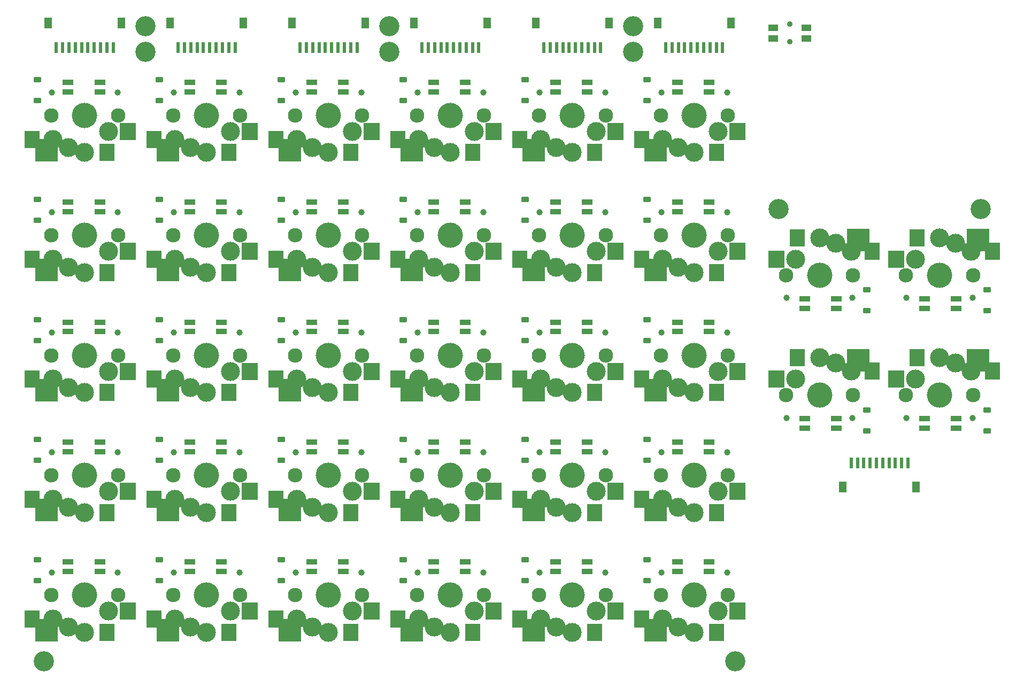
<source format=gbs>
G04 #@! TF.GenerationSoftware,KiCad,Pcbnew,7.0.8*
G04 #@! TF.CreationDate,2023-11-08T21:34:38-08:00*
G04 #@! TF.ProjectId,Seismos_5CoreStencil,53656973-6d6f-4735-9f35-436f72655374,rev?*
G04 #@! TF.SameCoordinates,Original*
G04 #@! TF.FileFunction,Soldermask,Bot*
G04 #@! TF.FilePolarity,Negative*
%FSLAX46Y46*%
G04 Gerber Fmt 4.6, Leading zero omitted, Abs format (unit mm)*
G04 Created by KiCad (PCBNEW 7.0.8) date 2023-11-08 21:34:38*
%MOMM*%
%LPD*%
G01*
G04 APERTURE LIST*
G04 Aperture macros list*
%AMRoundRect*
0 Rectangle with rounded corners*
0 $1 Rounding radius*
0 $2 $3 $4 $5 $6 $7 $8 $9 X,Y pos of 4 corners*
0 Add a 4 corners polygon primitive as box body*
4,1,4,$2,$3,$4,$5,$6,$7,$8,$9,$2,$3,0*
0 Add four circle primitives for the rounded corners*
1,1,$1+$1,$2,$3*
1,1,$1+$1,$4,$5*
1,1,$1+$1,$6,$7*
1,1,$1+$1,$8,$9*
0 Add four rect primitives between the rounded corners*
20,1,$1+$1,$2,$3,$4,$5,0*
20,1,$1+$1,$4,$5,$6,$7,0*
20,1,$1+$1,$6,$7,$8,$9,0*
20,1,$1+$1,$8,$9,$2,$3,0*%
G04 Aperture macros list end*
%ADD10C,3.200000*%
%ADD11RoundRect,0.063500X1.200000X1.300000X-1.200000X1.300000X-1.200000X-1.300000X1.200000X-1.300000X0*%
%ADD12RoundRect,0.063500X1.750000X1.750000X-1.750000X1.750000X-1.750000X-1.750000X1.750000X-1.750000X0*%
%ADD13R,1.750000X0.812800*%
%ADD14RoundRect,0.063500X1.150000X1.300000X-1.150000X1.300000X-1.150000X-1.300000X1.150000X-1.300000X0*%
%ADD15C,2.300000*%
%ADD16C,1.000000*%
%ADD17C,3.000000*%
%ADD18C,4.000000*%
%ADD19RoundRect,0.225000X-0.375000X0.225000X-0.375000X-0.225000X0.375000X-0.225000X0.375000X0.225000X0*%
%ADD20RoundRect,0.225000X0.375000X-0.225000X0.375000X0.225000X-0.375000X0.225000X-0.375000X-0.225000X0*%
%ADD21RoundRect,0.063500X-1.150000X-1.300000X1.150000X-1.300000X1.150000X1.300000X-1.150000X1.300000X0*%
%ADD22RoundRect,0.063500X-1.750000X-1.750000X1.750000X-1.750000X1.750000X1.750000X-1.750000X1.750000X0*%
%ADD23RoundRect,0.063500X-1.200000X-1.300000X1.200000X-1.300000X1.200000X1.300000X-1.200000X1.300000X0*%
%ADD24R,0.600000X1.700000*%
%ADD25R,1.200000X1.800000*%
%ADD26R,1.550000X1.000000*%
%ADD27C,0.900000*%
G04 APERTURE END LIST*
D10*
X126500000Y-22000000D03*
X87900000Y-22000000D03*
X49300000Y-22000000D03*
D11*
X46510000Y-114640000D03*
D12*
X33560000Y-117615000D03*
D13*
X36998100Y-108353500D03*
X42028000Y-108353500D03*
X36998100Y-106854900D03*
D14*
X43210000Y-118000000D03*
X31310000Y-115900000D03*
D13*
X42028000Y-106854900D03*
D15*
X34350000Y-112100000D03*
D16*
X34430000Y-108484200D03*
D17*
X34650000Y-115900000D03*
X37110000Y-117180000D03*
D18*
X39650000Y-112100000D03*
D17*
X39650000Y-118000000D03*
X43460000Y-114640000D03*
D16*
X44870000Y-108484200D03*
D15*
X44950000Y-112100000D03*
D11*
X46510000Y-57640000D03*
D12*
X33560000Y-60615000D03*
D13*
X36998100Y-51353500D03*
X42028000Y-51353500D03*
X36998100Y-49854900D03*
D14*
X43210000Y-61000000D03*
X31310000Y-58900000D03*
D13*
X42028000Y-49854900D03*
D15*
X34350000Y-55100000D03*
D16*
X34430000Y-51484200D03*
D17*
X34650000Y-58900000D03*
X37110000Y-60180000D03*
D18*
X39650000Y-55100000D03*
D17*
X39650000Y-61000000D03*
X43460000Y-57640000D03*
D16*
X44870000Y-51484200D03*
D15*
X44950000Y-55100000D03*
D19*
X32150000Y-90750000D03*
X32150000Y-87450000D03*
D11*
X46510000Y-95640000D03*
D12*
X33560000Y-98615000D03*
D13*
X36998100Y-89353500D03*
X42028000Y-89353500D03*
X36998100Y-87854900D03*
D14*
X43210000Y-99000000D03*
X31310000Y-96900000D03*
D13*
X42028000Y-87854900D03*
D15*
X34350000Y-93100000D03*
D16*
X34430000Y-89484200D03*
D17*
X34650000Y-96900000D03*
X37110000Y-98180000D03*
D18*
X39650000Y-93100000D03*
D17*
X39650000Y-99000000D03*
X43460000Y-95640000D03*
D16*
X44870000Y-89484200D03*
D15*
X44950000Y-93100000D03*
D10*
X33150000Y-122600000D03*
D19*
X32150000Y-109750000D03*
X32150000Y-106450000D03*
X32150000Y-52750000D03*
X32150000Y-49450000D03*
D11*
X46510000Y-38640000D03*
D12*
X33560000Y-41615000D03*
D13*
X36998100Y-32353500D03*
X42028000Y-32353500D03*
X36998100Y-30854900D03*
D14*
X43210000Y-42000000D03*
X31310000Y-39900000D03*
D13*
X42028000Y-30854900D03*
D15*
X34350000Y-36100000D03*
D16*
X34430000Y-32484200D03*
D17*
X34650000Y-39900000D03*
X37110000Y-41180000D03*
D18*
X39650000Y-36100000D03*
D17*
X39650000Y-42000000D03*
X43460000Y-38640000D03*
D16*
X44870000Y-32484200D03*
D15*
X44950000Y-36100000D03*
D19*
X32150000Y-33750000D03*
X32150000Y-30450000D03*
D11*
X46510000Y-76640000D03*
D12*
X33560000Y-79615000D03*
D13*
X36998100Y-70353500D03*
X42028000Y-70353500D03*
X36998100Y-68854900D03*
D14*
X43210000Y-80000000D03*
X31310000Y-77900000D03*
D13*
X42028000Y-68854900D03*
D15*
X34350000Y-74100000D03*
D16*
X34430000Y-70484200D03*
D17*
X34650000Y-77900000D03*
X37110000Y-79180000D03*
D18*
X39650000Y-74100000D03*
D17*
X39650000Y-80000000D03*
X43460000Y-76640000D03*
D16*
X44870000Y-70484200D03*
D15*
X44950000Y-74100000D03*
D19*
X32150000Y-71750000D03*
X32150000Y-68450000D03*
D11*
X65810000Y-114640000D03*
D12*
X52860000Y-117615000D03*
D13*
X56298100Y-108353500D03*
X61328000Y-108353500D03*
X56298100Y-106854900D03*
D14*
X62510000Y-118000000D03*
X50610000Y-115900000D03*
D13*
X61328000Y-106854900D03*
D15*
X53650000Y-112100000D03*
D16*
X53730000Y-108484200D03*
D17*
X53950000Y-115900000D03*
X56410000Y-117180000D03*
D18*
X58950000Y-112100000D03*
D17*
X58950000Y-118000000D03*
X62760000Y-114640000D03*
D16*
X64170000Y-108484200D03*
D15*
X64250000Y-112100000D03*
D11*
X65810000Y-57640000D03*
D12*
X52860000Y-60615000D03*
D13*
X56298100Y-51353500D03*
X61328000Y-51353500D03*
X56298100Y-49854900D03*
D14*
X62510000Y-61000000D03*
X50610000Y-58900000D03*
D13*
X61328000Y-49854900D03*
D15*
X53650000Y-55100000D03*
D16*
X53730000Y-51484200D03*
D17*
X53950000Y-58900000D03*
X56410000Y-60180000D03*
D18*
X58950000Y-55100000D03*
D17*
X58950000Y-61000000D03*
X62760000Y-57640000D03*
D16*
X64170000Y-51484200D03*
D15*
X64250000Y-55100000D03*
D19*
X51450000Y-90750000D03*
X51450000Y-87450000D03*
D11*
X65810000Y-95640000D03*
D12*
X52860000Y-98615000D03*
D13*
X56298100Y-89353500D03*
X61328000Y-89353500D03*
X56298100Y-87854900D03*
D14*
X62510000Y-99000000D03*
X50610000Y-96900000D03*
D13*
X61328000Y-87854900D03*
D15*
X53650000Y-93100000D03*
D16*
X53730000Y-89484200D03*
D17*
X53950000Y-96900000D03*
X56410000Y-98180000D03*
D18*
X58950000Y-93100000D03*
D17*
X58950000Y-99000000D03*
X62760000Y-95640000D03*
D16*
X64170000Y-89484200D03*
D15*
X64250000Y-93100000D03*
D19*
X51450000Y-109750000D03*
X51450000Y-106450000D03*
X51450000Y-52750000D03*
X51450000Y-49450000D03*
D11*
X65810000Y-38640000D03*
D12*
X52860000Y-41615000D03*
D13*
X56298100Y-32353500D03*
X61328000Y-32353500D03*
X56298100Y-30854900D03*
D14*
X62510000Y-42000000D03*
X50610000Y-39900000D03*
D13*
X61328000Y-30854900D03*
D15*
X53650000Y-36100000D03*
D16*
X53730000Y-32484200D03*
D17*
X53950000Y-39900000D03*
X56410000Y-41180000D03*
D18*
X58950000Y-36100000D03*
D17*
X58950000Y-42000000D03*
X62760000Y-38640000D03*
D16*
X64170000Y-32484200D03*
D15*
X64250000Y-36100000D03*
D19*
X51450000Y-33750000D03*
X51450000Y-30450000D03*
D11*
X65810000Y-76640000D03*
D12*
X52860000Y-79615000D03*
D13*
X56298100Y-70353500D03*
X61328000Y-70353500D03*
X56298100Y-68854900D03*
D14*
X62510000Y-80000000D03*
X50610000Y-77900000D03*
D13*
X61328000Y-68854900D03*
D15*
X53650000Y-74100000D03*
D16*
X53730000Y-70484200D03*
D17*
X53950000Y-77900000D03*
X56410000Y-79180000D03*
D18*
X58950000Y-74100000D03*
D17*
X58950000Y-80000000D03*
X62760000Y-76640000D03*
D16*
X64170000Y-70484200D03*
D15*
X64250000Y-74100000D03*
D19*
X51450000Y-71750000D03*
X51450000Y-68450000D03*
D11*
X85110000Y-114640000D03*
D12*
X72160000Y-117615000D03*
D13*
X75598100Y-108353500D03*
X80628000Y-108353500D03*
X75598100Y-106854900D03*
D14*
X81810000Y-118000000D03*
X69910000Y-115900000D03*
D13*
X80628000Y-106854900D03*
D15*
X72950000Y-112100000D03*
D16*
X73030000Y-108484200D03*
D17*
X73250000Y-115900000D03*
X75710000Y-117180000D03*
D18*
X78250000Y-112100000D03*
D17*
X78250000Y-118000000D03*
X82060000Y-114640000D03*
D16*
X83470000Y-108484200D03*
D15*
X83550000Y-112100000D03*
D11*
X85110000Y-57640000D03*
D12*
X72160000Y-60615000D03*
D13*
X75598100Y-51353500D03*
X80628000Y-51353500D03*
X75598100Y-49854900D03*
D14*
X81810000Y-61000000D03*
X69910000Y-58900000D03*
D13*
X80628000Y-49854900D03*
D15*
X72950000Y-55100000D03*
D16*
X73030000Y-51484200D03*
D17*
X73250000Y-58900000D03*
X75710000Y-60180000D03*
D18*
X78250000Y-55100000D03*
D17*
X78250000Y-61000000D03*
X82060000Y-57640000D03*
D16*
X83470000Y-51484200D03*
D15*
X83550000Y-55100000D03*
D19*
X70750000Y-90750000D03*
X70750000Y-87450000D03*
D11*
X85110000Y-95640000D03*
D12*
X72160000Y-98615000D03*
D13*
X75598100Y-89353500D03*
X80628000Y-89353500D03*
X75598100Y-87854900D03*
D14*
X81810000Y-99000000D03*
X69910000Y-96900000D03*
D13*
X80628000Y-87854900D03*
D15*
X72950000Y-93100000D03*
D16*
X73030000Y-89484200D03*
D17*
X73250000Y-96900000D03*
X75710000Y-98180000D03*
D18*
X78250000Y-93100000D03*
D17*
X78250000Y-99000000D03*
X82060000Y-95640000D03*
D16*
X83470000Y-89484200D03*
D15*
X83550000Y-93100000D03*
D19*
X70750000Y-109750000D03*
X70750000Y-106450000D03*
X70750000Y-52750000D03*
X70750000Y-49450000D03*
D11*
X85110000Y-38640000D03*
D12*
X72160000Y-41615000D03*
D13*
X75598100Y-32353500D03*
X80628000Y-32353500D03*
X75598100Y-30854900D03*
D14*
X81810000Y-42000000D03*
X69910000Y-39900000D03*
D13*
X80628000Y-30854900D03*
D15*
X72950000Y-36100000D03*
D16*
X73030000Y-32484200D03*
D17*
X73250000Y-39900000D03*
X75710000Y-41180000D03*
D18*
X78250000Y-36100000D03*
D17*
X78250000Y-42000000D03*
X82060000Y-38640000D03*
D16*
X83470000Y-32484200D03*
D15*
X83550000Y-36100000D03*
D19*
X70750000Y-33750000D03*
X70750000Y-30450000D03*
D11*
X85110000Y-76640000D03*
D12*
X72160000Y-79615000D03*
D13*
X75598100Y-70353500D03*
X80628000Y-70353500D03*
X75598100Y-68854900D03*
D14*
X81810000Y-80000000D03*
X69910000Y-77900000D03*
D13*
X80628000Y-68854900D03*
D15*
X72950000Y-74100000D03*
D16*
X73030000Y-70484200D03*
D17*
X73250000Y-77900000D03*
X75710000Y-79180000D03*
D18*
X78250000Y-74100000D03*
D17*
X78250000Y-80000000D03*
X82060000Y-76640000D03*
D16*
X83470000Y-70484200D03*
D15*
X83550000Y-74100000D03*
D19*
X70750000Y-71750000D03*
X70750000Y-68450000D03*
D11*
X104410000Y-114640000D03*
D12*
X91460000Y-117615000D03*
D13*
X94898100Y-108353500D03*
X99928000Y-108353500D03*
X94898100Y-106854900D03*
D14*
X101110000Y-118000000D03*
X89210000Y-115900000D03*
D13*
X99928000Y-106854900D03*
D15*
X92250000Y-112100000D03*
D16*
X92330000Y-108484200D03*
D17*
X92550000Y-115900000D03*
X95010000Y-117180000D03*
D18*
X97550000Y-112100000D03*
D17*
X97550000Y-118000000D03*
X101360000Y-114640000D03*
D16*
X102770000Y-108484200D03*
D15*
X102850000Y-112100000D03*
D11*
X104410000Y-57640000D03*
D12*
X91460000Y-60615000D03*
D13*
X94898100Y-51353500D03*
X99928000Y-51353500D03*
X94898100Y-49854900D03*
D14*
X101110000Y-61000000D03*
X89210000Y-58900000D03*
D13*
X99928000Y-49854900D03*
D15*
X92250000Y-55100000D03*
D16*
X92330000Y-51484200D03*
D17*
X92550000Y-58900000D03*
X95010000Y-60180000D03*
D18*
X97550000Y-55100000D03*
D17*
X97550000Y-61000000D03*
X101360000Y-57640000D03*
D16*
X102770000Y-51484200D03*
D15*
X102850000Y-55100000D03*
D19*
X90050000Y-90750000D03*
X90050000Y-87450000D03*
D11*
X104410000Y-95640000D03*
D12*
X91460000Y-98615000D03*
D13*
X94898100Y-89353500D03*
X99928000Y-89353500D03*
X94898100Y-87854900D03*
D14*
X101110000Y-99000000D03*
X89210000Y-96900000D03*
D13*
X99928000Y-87854900D03*
D15*
X92250000Y-93100000D03*
D16*
X92330000Y-89484200D03*
D17*
X92550000Y-96900000D03*
X95010000Y-98180000D03*
D18*
X97550000Y-93100000D03*
D17*
X97550000Y-99000000D03*
X101360000Y-95640000D03*
D16*
X102770000Y-89484200D03*
D15*
X102850000Y-93100000D03*
D19*
X90050000Y-109750000D03*
X90050000Y-106450000D03*
X90050000Y-52750000D03*
X90050000Y-49450000D03*
D11*
X104410000Y-38640000D03*
D12*
X91460000Y-41615000D03*
D13*
X94898100Y-32353500D03*
X99928000Y-32353500D03*
X94898100Y-30854900D03*
D14*
X101110000Y-42000000D03*
X89210000Y-39900000D03*
D13*
X99928000Y-30854900D03*
D15*
X92250000Y-36100000D03*
D16*
X92330000Y-32484200D03*
D17*
X92550000Y-39900000D03*
X95010000Y-41180000D03*
D18*
X97550000Y-36100000D03*
D17*
X97550000Y-42000000D03*
X101360000Y-38640000D03*
D16*
X102770000Y-32484200D03*
D15*
X102850000Y-36100000D03*
D19*
X90050000Y-33750000D03*
X90050000Y-30450000D03*
D11*
X104410000Y-76640000D03*
D12*
X91460000Y-79615000D03*
D13*
X94898100Y-70353500D03*
X99928000Y-70353500D03*
X94898100Y-68854900D03*
D14*
X101110000Y-80000000D03*
X89210000Y-77900000D03*
D13*
X99928000Y-68854900D03*
D15*
X92250000Y-74100000D03*
D16*
X92330000Y-70484200D03*
D17*
X92550000Y-77900000D03*
X95010000Y-79180000D03*
D18*
X97550000Y-74100000D03*
D17*
X97550000Y-80000000D03*
X101360000Y-76640000D03*
D16*
X102770000Y-70484200D03*
D15*
X102850000Y-74100000D03*
D19*
X90050000Y-71750000D03*
X90050000Y-68450000D03*
D11*
X123710000Y-114640000D03*
D12*
X110760000Y-117615000D03*
D13*
X114198100Y-108353500D03*
X119228000Y-108353500D03*
X114198100Y-106854900D03*
D14*
X120410000Y-118000000D03*
X108510000Y-115900000D03*
D13*
X119228000Y-106854900D03*
D15*
X111550000Y-112100000D03*
D16*
X111630000Y-108484200D03*
D17*
X111850000Y-115900000D03*
X114310000Y-117180000D03*
D18*
X116850000Y-112100000D03*
D17*
X116850000Y-118000000D03*
X120660000Y-114640000D03*
D16*
X122070000Y-108484200D03*
D15*
X122150000Y-112100000D03*
D11*
X123710000Y-57640000D03*
D12*
X110760000Y-60615000D03*
D13*
X114198100Y-51353500D03*
X119228000Y-51353500D03*
X114198100Y-49854900D03*
D14*
X120410000Y-61000000D03*
X108510000Y-58900000D03*
D13*
X119228000Y-49854900D03*
D15*
X111550000Y-55100000D03*
D16*
X111630000Y-51484200D03*
D17*
X111850000Y-58900000D03*
X114310000Y-60180000D03*
D18*
X116850000Y-55100000D03*
D17*
X116850000Y-61000000D03*
X120660000Y-57640000D03*
D16*
X122070000Y-51484200D03*
D15*
X122150000Y-55100000D03*
D19*
X109350000Y-90750000D03*
X109350000Y-87450000D03*
D11*
X123710000Y-95640000D03*
D12*
X110760000Y-98615000D03*
D13*
X114198100Y-89353500D03*
X119228000Y-89353500D03*
X114198100Y-87854900D03*
D14*
X120410000Y-99000000D03*
X108510000Y-96900000D03*
D13*
X119228000Y-87854900D03*
D15*
X111550000Y-93100000D03*
D16*
X111630000Y-89484200D03*
D17*
X111850000Y-96900000D03*
X114310000Y-98180000D03*
D18*
X116850000Y-93100000D03*
D17*
X116850000Y-99000000D03*
X120660000Y-95640000D03*
D16*
X122070000Y-89484200D03*
D15*
X122150000Y-93100000D03*
D19*
X109350000Y-109750000D03*
X109350000Y-106450000D03*
X109350000Y-52750000D03*
X109350000Y-49450000D03*
D11*
X123710000Y-38640000D03*
D12*
X110760000Y-41615000D03*
D13*
X114198100Y-32353500D03*
X119228000Y-32353500D03*
X114198100Y-30854900D03*
D14*
X120410000Y-42000000D03*
X108510000Y-39900000D03*
D13*
X119228000Y-30854900D03*
D15*
X111550000Y-36100000D03*
D16*
X111630000Y-32484200D03*
D17*
X111850000Y-39900000D03*
X114310000Y-41180000D03*
D18*
X116850000Y-36100000D03*
D17*
X116850000Y-42000000D03*
X120660000Y-38640000D03*
D16*
X122070000Y-32484200D03*
D15*
X122150000Y-36100000D03*
D19*
X109350000Y-33750000D03*
X109350000Y-30450000D03*
D11*
X123710000Y-76640000D03*
D12*
X110760000Y-79615000D03*
D13*
X114198100Y-70353500D03*
X119228000Y-70353500D03*
X114198100Y-68854900D03*
D14*
X120410000Y-80000000D03*
X108510000Y-77900000D03*
D13*
X119228000Y-68854900D03*
D15*
X111550000Y-74100000D03*
D16*
X111630000Y-70484200D03*
D17*
X111850000Y-77900000D03*
X114310000Y-79180000D03*
D18*
X116850000Y-74100000D03*
D17*
X116850000Y-80000000D03*
X120660000Y-76640000D03*
D16*
X122070000Y-70484200D03*
D15*
X122150000Y-74100000D03*
D19*
X109350000Y-71750000D03*
X109350000Y-68450000D03*
X128650000Y-109750000D03*
X128650000Y-106450000D03*
X128650000Y-71750000D03*
X128650000Y-68450000D03*
D10*
X142650000Y-122600000D03*
D11*
X143010000Y-76640000D03*
D12*
X130060000Y-79615000D03*
D13*
X133498100Y-70353500D03*
X138528000Y-70353500D03*
X133498100Y-68854900D03*
D14*
X139710000Y-80000000D03*
X127810000Y-77900000D03*
D13*
X138528000Y-68854900D03*
D15*
X130850000Y-74100000D03*
D16*
X130930000Y-70484200D03*
D17*
X131150000Y-77900000D03*
X133610000Y-79180000D03*
D18*
X136150000Y-74100000D03*
D17*
X136150000Y-80000000D03*
X139960000Y-76640000D03*
D16*
X141370000Y-70484200D03*
D15*
X141450000Y-74100000D03*
D11*
X143010000Y-95640000D03*
D12*
X130060000Y-98615000D03*
D13*
X133498100Y-89353500D03*
X138528000Y-89353500D03*
X133498100Y-87854900D03*
D14*
X139710000Y-99000000D03*
X127810000Y-96900000D03*
D13*
X138528000Y-87854900D03*
D15*
X130850000Y-93100000D03*
D16*
X130930000Y-89484200D03*
D17*
X131150000Y-96900000D03*
X133610000Y-98180000D03*
D18*
X136150000Y-93100000D03*
D17*
X136150000Y-99000000D03*
X139960000Y-95640000D03*
D16*
X141370000Y-89484200D03*
D15*
X141450000Y-93100000D03*
D11*
X143010000Y-114640000D03*
D12*
X130060000Y-117615000D03*
D13*
X133498100Y-108353500D03*
X138528000Y-108353500D03*
X133498100Y-106854900D03*
D14*
X139710000Y-118000000D03*
X127810000Y-115900000D03*
D13*
X138528000Y-106854900D03*
D15*
X130850000Y-112100000D03*
D16*
X130930000Y-108484200D03*
D17*
X131150000Y-115900000D03*
X133610000Y-117180000D03*
D18*
X136150000Y-112100000D03*
D17*
X136150000Y-118000000D03*
X139960000Y-114640000D03*
D16*
X141370000Y-108484200D03*
D15*
X141450000Y-112100000D03*
D11*
X143010000Y-57640000D03*
D12*
X130060000Y-60615000D03*
D13*
X133498100Y-51353500D03*
X138528000Y-51353500D03*
X133498100Y-49854900D03*
D14*
X139710000Y-61000000D03*
X127810000Y-58900000D03*
D13*
X138528000Y-49854900D03*
D15*
X130850000Y-55100000D03*
D16*
X130930000Y-51484200D03*
D17*
X131150000Y-58900000D03*
X133610000Y-60180000D03*
D18*
X136150000Y-55100000D03*
D17*
X136150000Y-61000000D03*
X139960000Y-57640000D03*
D16*
X141370000Y-51484200D03*
D15*
X141450000Y-55100000D03*
D19*
X128650000Y-33750000D03*
X128650000Y-30450000D03*
X128650000Y-52750000D03*
X128650000Y-49450000D03*
D11*
X143010000Y-38640000D03*
D12*
X130060000Y-41615000D03*
D13*
X133498100Y-32353500D03*
X138528000Y-32353500D03*
X133498100Y-30854900D03*
D14*
X139710000Y-42000000D03*
X127810000Y-39900000D03*
D13*
X138528000Y-30854900D03*
D15*
X130850000Y-36100000D03*
D16*
X130930000Y-32484200D03*
D17*
X131150000Y-39900000D03*
X133610000Y-41180000D03*
D18*
X136150000Y-36100000D03*
D17*
X136150000Y-42000000D03*
X139960000Y-38640000D03*
D16*
X141370000Y-32484200D03*
D15*
X141450000Y-36100000D03*
D19*
X128650000Y-90750000D03*
X128650000Y-87450000D03*
D20*
X182500000Y-86050000D03*
X182500000Y-82750000D03*
X163500000Y-86050000D03*
X163500000Y-82750000D03*
D15*
X150700000Y-80400000D03*
D16*
X150780000Y-84015800D03*
D17*
X152190000Y-77860000D03*
X156000000Y-74500000D03*
D18*
X156000000Y-80400000D03*
D17*
X158540000Y-75320000D03*
X161000000Y-76600000D03*
D16*
X161220000Y-84015800D03*
D15*
X161300000Y-80400000D03*
D13*
X153622000Y-85645100D03*
D21*
X164340000Y-76600000D03*
X152440000Y-74500000D03*
D13*
X158651900Y-85645100D03*
X153622000Y-84146500D03*
X158651900Y-84146500D03*
D22*
X162090000Y-74885000D03*
D23*
X149140000Y-77860000D03*
D20*
X163500000Y-67050000D03*
X163500000Y-63750000D03*
D15*
X169700000Y-80400000D03*
D16*
X169780000Y-84015800D03*
D17*
X171190000Y-77860000D03*
X175000000Y-74500000D03*
D18*
X175000000Y-80400000D03*
D17*
X177540000Y-75320000D03*
X180000000Y-76600000D03*
D16*
X180220000Y-84015800D03*
D15*
X180300000Y-80400000D03*
D13*
X172622000Y-85645100D03*
D21*
X183340000Y-76600000D03*
X171440000Y-74500000D03*
D13*
X177651900Y-85645100D03*
X172622000Y-84146500D03*
X177651900Y-84146500D03*
D22*
X181090000Y-74885000D03*
D23*
X168140000Y-77860000D03*
D15*
X150700000Y-61400000D03*
D16*
X150780000Y-65015800D03*
D17*
X152190000Y-58860000D03*
X156000000Y-55500000D03*
D18*
X156000000Y-61400000D03*
D17*
X158540000Y-56320000D03*
X161000000Y-57600000D03*
D16*
X161220000Y-65015800D03*
D15*
X161300000Y-61400000D03*
D13*
X153622000Y-66645100D03*
D21*
X164340000Y-57600000D03*
X152440000Y-55500000D03*
D13*
X158651900Y-66645100D03*
X153622000Y-65146500D03*
X158651900Y-65146500D03*
D22*
X162090000Y-55885000D03*
D23*
X149140000Y-58860000D03*
D15*
X169700000Y-61400000D03*
D16*
X169780000Y-65015800D03*
D17*
X171190000Y-58860000D03*
X175000000Y-55500000D03*
D18*
X175000000Y-61400000D03*
D17*
X177540000Y-56320000D03*
X180000000Y-57600000D03*
D16*
X180220000Y-65015800D03*
D15*
X180300000Y-61400000D03*
D13*
X172622000Y-66645100D03*
D21*
X183340000Y-57600000D03*
X171440000Y-55500000D03*
D13*
X177651900Y-66645100D03*
X172622000Y-65146500D03*
X177651900Y-65146500D03*
D22*
X181090000Y-55885000D03*
D23*
X168140000Y-58860000D03*
D20*
X182500000Y-67050000D03*
X182500000Y-63750000D03*
D10*
X149500000Y-50900000D03*
X181500000Y-50900000D03*
D24*
X170000000Y-91114000D03*
X169000000Y-91114000D03*
X168000000Y-91115000D03*
X167000000Y-91115000D03*
X166000000Y-91115000D03*
X165000000Y-91115000D03*
X164000000Y-91115000D03*
X163000000Y-91115000D03*
X162000000Y-91115000D03*
X161000000Y-91115000D03*
D25*
X171300000Y-94990000D03*
X159700000Y-94990000D03*
D24*
X131650000Y-25386000D03*
X132650000Y-25386000D03*
X133650000Y-25385000D03*
X134650000Y-25385000D03*
X135650000Y-25385000D03*
X136650000Y-25385000D03*
X137650000Y-25385000D03*
X138650000Y-25385000D03*
X139650000Y-25385000D03*
X140650000Y-25385000D03*
D25*
X130350000Y-21510000D03*
X141950000Y-21510000D03*
D10*
X87900000Y-26000000D03*
X49300000Y-26000000D03*
X126500000Y-26000000D03*
D24*
X35150000Y-25386000D03*
X36150000Y-25386000D03*
X37150000Y-25385000D03*
X38150000Y-25385000D03*
X39150000Y-25385000D03*
X40150000Y-25385000D03*
X41150000Y-25385000D03*
X42150000Y-25385000D03*
X43150000Y-25385000D03*
X44150000Y-25385000D03*
D25*
X33850000Y-21510000D03*
X45450000Y-21510000D03*
D24*
X54450000Y-25386000D03*
X55450000Y-25386000D03*
X56450000Y-25385000D03*
X57450000Y-25385000D03*
X58450000Y-25385000D03*
X59450000Y-25385000D03*
X60450000Y-25385000D03*
X61450000Y-25385000D03*
X62450000Y-25385000D03*
X63450000Y-25385000D03*
D25*
X53150000Y-21510000D03*
X64750000Y-21510000D03*
D26*
X148687500Y-22199500D03*
X148687500Y-23899500D03*
X153887500Y-22199500D03*
X153887500Y-23899500D03*
D27*
X151287500Y-21649500D03*
X151287500Y-24449500D03*
D24*
X93050000Y-25386000D03*
X94050000Y-25386000D03*
X95050000Y-25385000D03*
X96050000Y-25385000D03*
X97050000Y-25385000D03*
X98050000Y-25385000D03*
X99050000Y-25385000D03*
X100050000Y-25385000D03*
X101050000Y-25385000D03*
X102050000Y-25385000D03*
D25*
X91750000Y-21510000D03*
X103350000Y-21510000D03*
D24*
X73750000Y-25386000D03*
X74750000Y-25386000D03*
X75750000Y-25385000D03*
X76750000Y-25385000D03*
X77750000Y-25385000D03*
X78750000Y-25385000D03*
X79750000Y-25385000D03*
X80750000Y-25385000D03*
X81750000Y-25385000D03*
X82750000Y-25385000D03*
D25*
X72450000Y-21510000D03*
X84050000Y-21510000D03*
D24*
X112350000Y-25386000D03*
X113350000Y-25386000D03*
X114350000Y-25385000D03*
X115350000Y-25385000D03*
X116350000Y-25385000D03*
X117350000Y-25385000D03*
X118350000Y-25385000D03*
X119350000Y-25385000D03*
X120350000Y-25385000D03*
X121350000Y-25385000D03*
D25*
X111050000Y-21510000D03*
X122650000Y-21510000D03*
M02*

</source>
